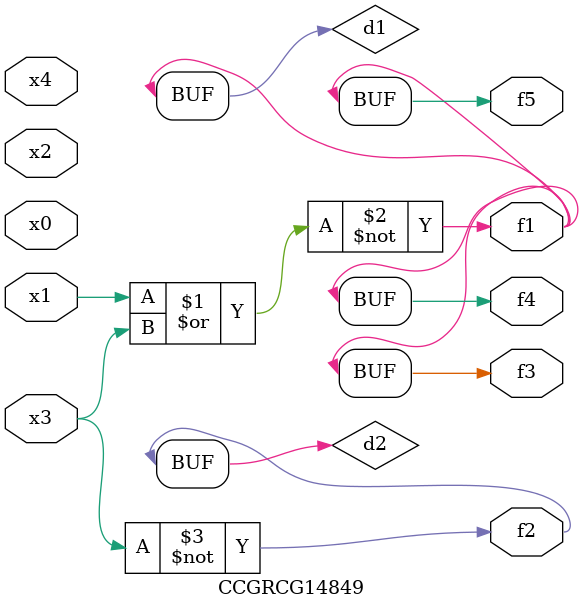
<source format=v>
module CCGRCG14849(
	input x0, x1, x2, x3, x4,
	output f1, f2, f3, f4, f5
);

	wire d1, d2;

	nor (d1, x1, x3);
	not (d2, x3);
	assign f1 = d1;
	assign f2 = d2;
	assign f3 = d1;
	assign f4 = d1;
	assign f5 = d1;
endmodule

</source>
